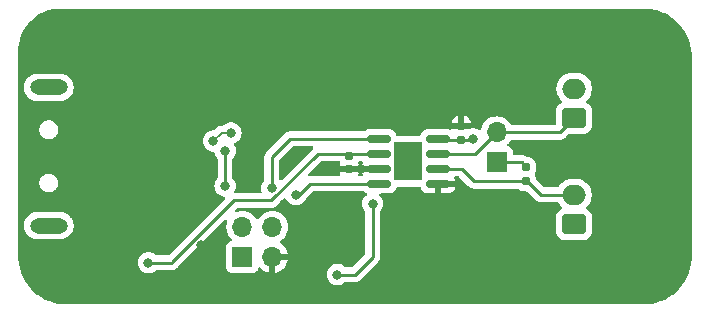
<source format=gbr>
%TF.GenerationSoftware,KiCad,Pcbnew,8.0.3*%
%TF.CreationDate,2024-07-05T22:26:41-07:00*%
%TF.ProjectId,can-opener,63616e2d-6f70-4656-9e65-722e6b696361,rev?*%
%TF.SameCoordinates,Original*%
%TF.FileFunction,Copper,L2,Bot*%
%TF.FilePolarity,Positive*%
%FSLAX46Y46*%
G04 Gerber Fmt 4.6, Leading zero omitted, Abs format (unit mm)*
G04 Created by KiCad (PCBNEW 8.0.3) date 2024-07-05 22:26:41*
%MOMM*%
%LPD*%
G01*
G04 APERTURE LIST*
G04 Aperture macros list*
%AMRoundRect*
0 Rectangle with rounded corners*
0 $1 Rounding radius*
0 $2 $3 $4 $5 $6 $7 $8 $9 X,Y pos of 4 corners*
0 Add a 4 corners polygon primitive as box body*
4,1,4,$2,$3,$4,$5,$6,$7,$8,$9,$2,$3,0*
0 Add four circle primitives for the rounded corners*
1,1,$1+$1,$2,$3*
1,1,$1+$1,$4,$5*
1,1,$1+$1,$6,$7*
1,1,$1+$1,$8,$9*
0 Add four rect primitives between the rounded corners*
20,1,$1+$1,$2,$3,$4,$5,0*
20,1,$1+$1,$4,$5,$6,$7,0*
20,1,$1+$1,$6,$7,$8,$9,0*
20,1,$1+$1,$8,$9,$2,$3,0*%
G04 Aperture macros list end*
%TA.AperFunction,ComponentPad*%
%ADD10O,1.700000X1.700000*%
%TD*%
%TA.AperFunction,ComponentPad*%
%ADD11R,1.700000X1.700000*%
%TD*%
%TA.AperFunction,HeatsinkPad*%
%ADD12R,2.410000X3.300000*%
%TD*%
%TA.AperFunction,SMDPad,CuDef*%
%ADD13RoundRect,0.150000X-0.825000X-0.150000X0.825000X-0.150000X0.825000X0.150000X-0.825000X0.150000X0*%
%TD*%
%TA.AperFunction,SMDPad,CuDef*%
%ADD14RoundRect,0.160000X-0.160000X0.197500X-0.160000X-0.197500X0.160000X-0.197500X0.160000X0.197500X0*%
%TD*%
%TA.AperFunction,ComponentPad*%
%ADD15O,2.000000X1.700000*%
%TD*%
%TA.AperFunction,ComponentPad*%
%ADD16RoundRect,0.250000X0.750000X-0.600000X0.750000X0.600000X-0.750000X0.600000X-0.750000X-0.600000X0*%
%TD*%
%TA.AperFunction,ComponentPad*%
%ADD17O,3.200000X1.300000*%
%TD*%
%TA.AperFunction,SMDPad,CuDef*%
%ADD18RoundRect,0.155000X0.155000X-0.212500X0.155000X0.212500X-0.155000X0.212500X-0.155000X-0.212500X0*%
%TD*%
%TA.AperFunction,SMDPad,CuDef*%
%ADD19RoundRect,0.155000X-0.155000X0.212500X-0.155000X-0.212500X0.155000X-0.212500X0.155000X0.212500X0*%
%TD*%
%TA.AperFunction,ViaPad*%
%ADD20C,0.800000*%
%TD*%
%TA.AperFunction,Conductor*%
%ADD21C,0.250000*%
%TD*%
%TA.AperFunction,Conductor*%
%ADD22C,0.200000*%
%TD*%
G04 APERTURE END LIST*
D10*
%TO.P,J301,2,Pin_2*%
%TO.N,/CAN/CANL*%
X132500000Y-86460000D03*
D11*
%TO.P,J301,1,Pin_1*%
%TO.N,Net-(J301-Pin_1)*%
X132500000Y-89000000D03*
%TD*%
D12*
%TO.P,U301,9*%
%TO.N,N/C*%
X125025000Y-88905000D03*
D13*
%TO.P,U301,8,STBY*%
%TO.N,GND*%
X127500000Y-90810000D03*
%TO.P,U301,7,CANH*%
%TO.N,/CAN/CANH*%
X127500000Y-89540000D03*
%TO.P,U301,6,CANL*%
%TO.N,/CAN/CANL*%
X127500000Y-88270000D03*
%TO.P,U301,5,VIO*%
%TO.N,+3V3*%
X127500000Y-87000000D03*
%TO.P,U301,4,RXD*%
%TO.N,/CAN/RXD*%
X122550000Y-87000000D03*
%TO.P,U301,3,VCC*%
%TO.N,+5V*%
X122550000Y-88270000D03*
%TO.P,U301,2,GND*%
%TO.N,GND*%
X122550000Y-89540000D03*
%TO.P,U301,1,TXD*%
%TO.N,/CAN/TXD*%
X122550000Y-90810000D03*
%TD*%
D14*
%TO.P,R301,1*%
%TO.N,Net-(J301-Pin_1)*%
X135000000Y-89402500D03*
%TO.P,R301,2*%
%TO.N,/CAN/CANH*%
X135000000Y-90597500D03*
%TD*%
D11*
%TO.P,J504,1,Pin_1*%
%TO.N,/Connectors/nRESET*%
X110960000Y-97000000D03*
D10*
%TO.P,J504,2,Pin_2*%
%TO.N,/Connectors/SWDIO*%
X110960000Y-94460000D03*
%TO.P,J504,3,Pin_3*%
%TO.N,GND*%
X113500000Y-97000000D03*
%TO.P,J504,4,Pin_4*%
%TO.N,/Connectors/SWCLK*%
X113500000Y-94460000D03*
%TD*%
D15*
%TO.P,J503,2,Pin_2*%
%TO.N,/CAN/CANH*%
X139050000Y-82750000D03*
D16*
%TO.P,J503,1,Pin_1*%
%TO.N,/CAN/CANL*%
X139050000Y-85250000D03*
%TD*%
D15*
%TO.P,J502,2,Pin_2*%
%TO.N,/CAN/CANH*%
X139050000Y-91750000D03*
D16*
%TO.P,J502,1,Pin_1*%
%TO.N,/CAN/CANL*%
X139050000Y-94250000D03*
%TD*%
D17*
%TO.P,J501,5,Shield*%
%TO.N,unconnected-(J501-Shield-Pad5)*%
X94575000Y-94350000D03*
X94575000Y-82650000D03*
%TD*%
D18*
%TO.P,C302,1*%
%TO.N,+3V3*%
X129500000Y-87067500D03*
%TO.P,C302,2*%
%TO.N,GND*%
X129500000Y-85932500D03*
%TD*%
D19*
%TO.P,C301,1*%
%TO.N,+5V*%
X120000000Y-88432500D03*
%TO.P,C301,2*%
%TO.N,GND*%
X120000000Y-89567500D03*
%TD*%
D20*
%TO.N,GND*%
X104000000Y-89000000D03*
X123500000Y-93500000D03*
X121000000Y-89540000D03*
%TO.N,/Connectors/nRESET*%
X122000000Y-92500000D03*
X119000000Y-98500000D03*
%TO.N,+5V*%
X103000000Y-97500000D03*
%TO.N,GND*%
X108000000Y-91500000D03*
X100000000Y-84500000D03*
%TO.N,/Connectors/USB_DN*%
X110000000Y-86500000D03*
X108500000Y-87200000D03*
%TO.N,GND*%
X113500000Y-86000000D03*
X117000000Y-85500000D03*
X115541296Y-88340141D03*
X114000000Y-80500000D03*
X116000000Y-97000000D03*
%TO.N,/CAN/RXD*%
X113444738Y-91173883D03*
%TO.N,GND*%
X114500000Y-92500000D03*
X116000000Y-95500000D03*
X107500000Y-96000000D03*
%TO.N,/Connectors/SWDIO*%
X109500000Y-91000000D03*
X109500000Y-88000000D03*
%TO.N,/CAN/TXD*%
X115500000Y-91725000D03*
%TO.N,+3V3*%
X130500000Y-87000000D03*
%TO.N,GND*%
X127000000Y-85000000D03*
X102500000Y-86500000D03*
X102500000Y-90500000D03*
X100000000Y-94500000D03*
%TD*%
D21*
%TO.N,Net-(J301-Pin_1)*%
X134597500Y-89000000D02*
X135000000Y-89402500D01*
X132500000Y-89000000D02*
X134597500Y-89000000D01*
%TO.N,GND*%
X122550000Y-89540000D02*
X121000000Y-89540000D01*
X121000000Y-89540000D02*
X120027500Y-89540000D01*
%TO.N,/Connectors/nRESET*%
X122000000Y-97000000D02*
X122000000Y-92500000D01*
X120500000Y-98500000D02*
X122000000Y-97000000D01*
X119000000Y-98500000D02*
X120500000Y-98500000D01*
%TO.N,+5V*%
X110249695Y-92225000D02*
X105000000Y-97474695D01*
X113418926Y-92225000D02*
X110249695Y-92225000D01*
X117373926Y-88270000D02*
X113418926Y-92225000D01*
X105000000Y-97500000D02*
X103000000Y-97500000D01*
X122550000Y-88270000D02*
X117373926Y-88270000D01*
X105000000Y-97474695D02*
X105000000Y-97500000D01*
D22*
%TO.N,/Connectors/USB_DN*%
X109200000Y-86500000D02*
X108500000Y-87200000D01*
X110000000Y-86500000D02*
X109200000Y-86500000D01*
D21*
%TO.N,/CAN/RXD*%
X113444738Y-88555262D02*
X115000000Y-87000000D01*
X113444738Y-91173883D02*
X113444738Y-88555262D01*
%TO.N,/Connectors/SWDIO*%
X109500000Y-88000000D02*
X109500000Y-91000000D01*
%TO.N,/CAN/TXD*%
X115775000Y-91725000D02*
X116690000Y-90810000D01*
X115500000Y-91725000D02*
X115775000Y-91725000D01*
%TO.N,/CAN/RXD*%
X115000000Y-87000000D02*
X122550000Y-87000000D01*
%TO.N,+3V3*%
X130432500Y-87067500D02*
X130500000Y-87000000D01*
X129500000Y-87067500D02*
X130432500Y-87067500D01*
X127567500Y-87067500D02*
X127500000Y-87000000D01*
X129500000Y-87067500D02*
X127567500Y-87067500D01*
%TO.N,GND*%
X120027500Y-89540000D02*
X120000000Y-89567500D01*
%TO.N,+5V*%
X120162500Y-88270000D02*
X120000000Y-88432500D01*
X122550000Y-88270000D02*
X120162500Y-88270000D01*
%TO.N,/CAN/CANH*%
X136250000Y-91750000D02*
X139050000Y-91750000D01*
X135097500Y-90597500D02*
X136250000Y-91750000D01*
X135000000Y-90597500D02*
X135097500Y-90597500D01*
X130597500Y-90597500D02*
X135000000Y-90597500D01*
X129540000Y-89540000D02*
X130597500Y-90597500D01*
X127500000Y-89540000D02*
X129540000Y-89540000D01*
%TO.N,/CAN/CANL*%
X137840000Y-86460000D02*
X139050000Y-85250000D01*
X132500000Y-86460000D02*
X137840000Y-86460000D01*
X130690000Y-88270000D02*
X132500000Y-86460000D01*
X127500000Y-88270000D02*
X130690000Y-88270000D01*
%TO.N,/CAN/TXD*%
X116690000Y-90810000D02*
X122550000Y-90810000D01*
%TD*%
%TA.AperFunction,Conductor*%
%TO.N,GND*%
G36*
X116901511Y-87645185D02*
G01*
X116947266Y-87697989D01*
X116957210Y-87767147D01*
X116928185Y-87830703D01*
X116922153Y-87837181D01*
X114281919Y-90477415D01*
X114220596Y-90510900D01*
X114150904Y-90505916D01*
X114094971Y-90464044D01*
X114070554Y-90398580D01*
X114070238Y-90389734D01*
X114070238Y-88865714D01*
X114089923Y-88798675D01*
X114106557Y-88778033D01*
X115222772Y-87661819D01*
X115284095Y-87628334D01*
X115310453Y-87625500D01*
X116834472Y-87625500D01*
X116901511Y-87645185D01*
G37*
%TD.AperFunction*%
%TA.AperFunction,Conductor*%
G36*
X119205420Y-88915185D02*
G01*
X119251175Y-88967989D01*
X119261119Y-89037147D01*
X119245112Y-89082623D01*
X119239093Y-89092798D01*
X119239091Y-89092804D01*
X119192922Y-89251716D01*
X119192921Y-89251722D01*
X119190000Y-89288842D01*
X119190000Y-89317500D01*
X120810000Y-89317500D01*
X120810000Y-89288857D01*
X120809999Y-89288842D01*
X120807078Y-89251722D01*
X120807077Y-89251716D01*
X120760908Y-89092805D01*
X120760908Y-89092804D01*
X120754887Y-89082623D01*
X120737703Y-89014899D01*
X120759862Y-88948636D01*
X120814327Y-88904872D01*
X120861618Y-88895500D01*
X121044889Y-88895500D01*
X121111928Y-88915185D01*
X121157683Y-88967989D01*
X121167627Y-89037147D01*
X121151621Y-89082621D01*
X121123718Y-89129801D01*
X121077899Y-89287513D01*
X121077704Y-89289998D01*
X121077705Y-89290000D01*
X122676000Y-89290000D01*
X122743039Y-89309685D01*
X122788794Y-89362489D01*
X122800000Y-89414000D01*
X122800000Y-89666000D01*
X122780315Y-89733039D01*
X122727511Y-89778794D01*
X122676000Y-89790000D01*
X121077705Y-89790000D01*
X121077704Y-89790001D01*
X121077899Y-89792486D01*
X121123718Y-89950198D01*
X121151621Y-89997379D01*
X121168804Y-90065103D01*
X121146644Y-90131365D01*
X121092178Y-90175129D01*
X121044889Y-90184500D01*
X120884718Y-90184500D01*
X120817679Y-90164815D01*
X120771924Y-90112011D01*
X120761980Y-90042853D01*
X120765642Y-90025905D01*
X120807077Y-89883283D01*
X120807078Y-89883277D01*
X120809999Y-89846157D01*
X120810000Y-89846142D01*
X120810000Y-89817500D01*
X119190000Y-89817500D01*
X119190000Y-89846157D01*
X119192921Y-89883277D01*
X119192922Y-89883283D01*
X119234358Y-90025905D01*
X119234159Y-90095775D01*
X119196217Y-90154445D01*
X119132578Y-90183288D01*
X119115282Y-90184500D01*
X116643378Y-90184500D01*
X116576339Y-90164815D01*
X116530584Y-90112011D01*
X116520640Y-90042853D01*
X116549665Y-89979297D01*
X116555697Y-89972819D01*
X116680517Y-89848000D01*
X117596698Y-88931819D01*
X117658021Y-88898334D01*
X117684379Y-88895500D01*
X119138381Y-88895500D01*
X119205420Y-88915185D01*
G37*
%TD.AperFunction*%
%TA.AperFunction,Conductor*%
G36*
X145000733Y-76000008D02*
G01*
X145191077Y-76002343D01*
X145201681Y-76002930D01*
X145581224Y-76040312D01*
X145593249Y-76042096D01*
X145966527Y-76116345D01*
X145978329Y-76119301D01*
X146342544Y-76229785D01*
X146354002Y-76233885D01*
X146705627Y-76379532D01*
X146716626Y-76384734D01*
X147052282Y-76564147D01*
X147062713Y-76570399D01*
X147379169Y-76781849D01*
X147388942Y-76789097D01*
X147669177Y-77019079D01*
X147683148Y-77030544D01*
X147692165Y-77038717D01*
X147961282Y-77307834D01*
X147969455Y-77316851D01*
X148210902Y-77611057D01*
X148218150Y-77620830D01*
X148429600Y-77937286D01*
X148435856Y-77947724D01*
X148615264Y-78283372D01*
X148620467Y-78294372D01*
X148766114Y-78645997D01*
X148770214Y-78657455D01*
X148880698Y-79021670D01*
X148883654Y-79033474D01*
X148957902Y-79406744D01*
X148959688Y-79418781D01*
X148997068Y-79798304D01*
X148997656Y-79808937D01*
X148999991Y-79999266D01*
X149000000Y-80000787D01*
X149000000Y-96999212D01*
X148999991Y-97000733D01*
X148997656Y-97191062D01*
X148997068Y-97201695D01*
X148959688Y-97581218D01*
X148957902Y-97593255D01*
X148883654Y-97966525D01*
X148880698Y-97978329D01*
X148770214Y-98342544D01*
X148766114Y-98354002D01*
X148620467Y-98705627D01*
X148615264Y-98716627D01*
X148435856Y-99052275D01*
X148429600Y-99062713D01*
X148218150Y-99379169D01*
X148210902Y-99388942D01*
X147969455Y-99683148D01*
X147961282Y-99692165D01*
X147692165Y-99961282D01*
X147683148Y-99969455D01*
X147388942Y-100210902D01*
X147379169Y-100218150D01*
X147062713Y-100429600D01*
X147052275Y-100435856D01*
X146716627Y-100615264D01*
X146705627Y-100620467D01*
X146354002Y-100766114D01*
X146342544Y-100770214D01*
X145978329Y-100880698D01*
X145966525Y-100883654D01*
X145593255Y-100957902D01*
X145581218Y-100959688D01*
X145201695Y-100997068D01*
X145191062Y-100997656D01*
X145000734Y-100999991D01*
X144999213Y-101000000D01*
X96000787Y-101000000D01*
X95999266Y-100999991D01*
X95808937Y-100997656D01*
X95798304Y-100997068D01*
X95418781Y-100959688D01*
X95406744Y-100957902D01*
X95033474Y-100883654D01*
X95021670Y-100880698D01*
X94657455Y-100770214D01*
X94645997Y-100766114D01*
X94294372Y-100620467D01*
X94283372Y-100615264D01*
X93947724Y-100435856D01*
X93937286Y-100429600D01*
X93620830Y-100218150D01*
X93611057Y-100210902D01*
X93316851Y-99969455D01*
X93307834Y-99961282D01*
X93038717Y-99692165D01*
X93030544Y-99683148D01*
X92789097Y-99388942D01*
X92781849Y-99379169D01*
X92604321Y-99113481D01*
X92570396Y-99062708D01*
X92564143Y-99052275D01*
X92553420Y-99032214D01*
X92384734Y-98716626D01*
X92379532Y-98705627D01*
X92233885Y-98354002D01*
X92229785Y-98342544D01*
X92214998Y-98293797D01*
X92119300Y-97978327D01*
X92116345Y-97966525D01*
X92115127Y-97960402D01*
X92042096Y-97593249D01*
X92040311Y-97581218D01*
X92032312Y-97500000D01*
X102094540Y-97500000D01*
X102114326Y-97688256D01*
X102114327Y-97688259D01*
X102172818Y-97868277D01*
X102172821Y-97868284D01*
X102267467Y-98032216D01*
X102357063Y-98131722D01*
X102394129Y-98172888D01*
X102547265Y-98284148D01*
X102547270Y-98284151D01*
X102720192Y-98361142D01*
X102720197Y-98361144D01*
X102905354Y-98400500D01*
X102905355Y-98400500D01*
X103094644Y-98400500D01*
X103094646Y-98400500D01*
X103279803Y-98361144D01*
X103452730Y-98284151D01*
X103605871Y-98172888D01*
X103608788Y-98169647D01*
X103611600Y-98166526D01*
X103671087Y-98129879D01*
X103703748Y-98125500D01*
X105061607Y-98125500D01*
X105061608Y-98125499D01*
X105182452Y-98101463D01*
X105296286Y-98054311D01*
X105398733Y-97985858D01*
X105485858Y-97898733D01*
X105530036Y-97832613D01*
X105545448Y-97813835D01*
X109477149Y-93882134D01*
X109538469Y-93848652D01*
X109608161Y-93853636D01*
X109664094Y-93895508D01*
X109688511Y-93960972D01*
X109684602Y-94001910D01*
X109624939Y-94224583D01*
X109624936Y-94224596D01*
X109604341Y-94459999D01*
X109604341Y-94460000D01*
X109624936Y-94695403D01*
X109624938Y-94695413D01*
X109686094Y-94923655D01*
X109686096Y-94923659D01*
X109686097Y-94923663D01*
X109722998Y-95002797D01*
X109785965Y-95137830D01*
X109785967Y-95137834D01*
X109848790Y-95227554D01*
X109921501Y-95331396D01*
X109921506Y-95331402D01*
X110043430Y-95453326D01*
X110076915Y-95514649D01*
X110071931Y-95584341D01*
X110030059Y-95640274D01*
X109999083Y-95657189D01*
X109867669Y-95706203D01*
X109867664Y-95706206D01*
X109752455Y-95792452D01*
X109752452Y-95792455D01*
X109666206Y-95907664D01*
X109666202Y-95907671D01*
X109615908Y-96042517D01*
X109609501Y-96102116D01*
X109609500Y-96102135D01*
X109609500Y-97897870D01*
X109609501Y-97897876D01*
X109615908Y-97957483D01*
X109666202Y-98092328D01*
X109666206Y-98092335D01*
X109752452Y-98207544D01*
X109752455Y-98207547D01*
X109867664Y-98293793D01*
X109867671Y-98293797D01*
X110002517Y-98344091D01*
X110002516Y-98344091D01*
X110009444Y-98344835D01*
X110062127Y-98350500D01*
X111857872Y-98350499D01*
X111917483Y-98344091D01*
X112052331Y-98293796D01*
X112167546Y-98207546D01*
X112253796Y-98092331D01*
X112303002Y-97960401D01*
X112344872Y-97904468D01*
X112410337Y-97880050D01*
X112478610Y-97894901D01*
X112506865Y-97916053D01*
X112628917Y-98038105D01*
X112822421Y-98173600D01*
X113036507Y-98273429D01*
X113036516Y-98273433D01*
X113250000Y-98330634D01*
X113250000Y-97433012D01*
X113307007Y-97465925D01*
X113434174Y-97500000D01*
X113565826Y-97500000D01*
X113692993Y-97465925D01*
X113750000Y-97433012D01*
X113750000Y-98330633D01*
X113963483Y-98273433D01*
X113963492Y-98273429D01*
X114177578Y-98173600D01*
X114371082Y-98038105D01*
X114538105Y-97871082D01*
X114673600Y-97677578D01*
X114773429Y-97463492D01*
X114773432Y-97463486D01*
X114830636Y-97250000D01*
X113933012Y-97250000D01*
X113965925Y-97192993D01*
X114000000Y-97065826D01*
X114000000Y-96934174D01*
X113965925Y-96807007D01*
X113933012Y-96750000D01*
X114830636Y-96750000D01*
X114830635Y-96749999D01*
X114773432Y-96536513D01*
X114773429Y-96536507D01*
X114673600Y-96322422D01*
X114673599Y-96322420D01*
X114538113Y-96128926D01*
X114538108Y-96128920D01*
X114371078Y-95961890D01*
X114185405Y-95831879D01*
X114141780Y-95777302D01*
X114134588Y-95707804D01*
X114166110Y-95645449D01*
X114185406Y-95628730D01*
X114371401Y-95498495D01*
X114538495Y-95331401D01*
X114674035Y-95137830D01*
X114773903Y-94923663D01*
X114835063Y-94695408D01*
X114855659Y-94460000D01*
X114835063Y-94224592D01*
X114773903Y-93996337D01*
X114674035Y-93782171D01*
X114668425Y-93774158D01*
X114538494Y-93588597D01*
X114371402Y-93421506D01*
X114371395Y-93421501D01*
X114177834Y-93285967D01*
X114177830Y-93285965D01*
X114053157Y-93227829D01*
X113963663Y-93186097D01*
X113963659Y-93186096D01*
X113963655Y-93186094D01*
X113735413Y-93124938D01*
X113735403Y-93124936D01*
X113500001Y-93104341D01*
X113499999Y-93104341D01*
X113264596Y-93124936D01*
X113264586Y-93124938D01*
X113036344Y-93186094D01*
X113036335Y-93186098D01*
X112822171Y-93285964D01*
X112822169Y-93285965D01*
X112628597Y-93421505D01*
X112461505Y-93588597D01*
X112331575Y-93774158D01*
X112276998Y-93817783D01*
X112207500Y-93824977D01*
X112145145Y-93793454D01*
X112128425Y-93774158D01*
X111998494Y-93588597D01*
X111831402Y-93421506D01*
X111831395Y-93421501D01*
X111637834Y-93285967D01*
X111637830Y-93285965D01*
X111513157Y-93227829D01*
X111423663Y-93186097D01*
X111423659Y-93186096D01*
X111423655Y-93186094D01*
X111195413Y-93124938D01*
X111195403Y-93124936D01*
X110960001Y-93104341D01*
X110959999Y-93104341D01*
X110724596Y-93124936D01*
X110724586Y-93124938D01*
X110501912Y-93184602D01*
X110432062Y-93182939D01*
X110374199Y-93143776D01*
X110346696Y-93079547D01*
X110358283Y-93010645D01*
X110382133Y-92977151D01*
X110472468Y-92886816D01*
X110533790Y-92853334D01*
X110560147Y-92850500D01*
X113480533Y-92850500D01*
X113540955Y-92838481D01*
X113601378Y-92826463D01*
X113601381Y-92826461D01*
X113601384Y-92826461D01*
X113634713Y-92812654D01*
X113634712Y-92812654D01*
X113634718Y-92812652D01*
X113715212Y-92779312D01*
X113766435Y-92745084D01*
X113817659Y-92710858D01*
X113904784Y-92623733D01*
X113904784Y-92623731D01*
X113914992Y-92613524D01*
X113914993Y-92613521D01*
X114472051Y-92056464D01*
X114533373Y-92022980D01*
X114603065Y-92027964D01*
X114658998Y-92069836D01*
X114669487Y-92087704D01*
X114669572Y-92087656D01*
X114672820Y-92093282D01*
X114672821Y-92093284D01*
X114767467Y-92257216D01*
X114834016Y-92331126D01*
X114894129Y-92397888D01*
X115047265Y-92509148D01*
X115047270Y-92509151D01*
X115220192Y-92586142D01*
X115220197Y-92586144D01*
X115405354Y-92625500D01*
X115405355Y-92625500D01*
X115594644Y-92625500D01*
X115594646Y-92625500D01*
X115779803Y-92586144D01*
X115952730Y-92509151D01*
X116105871Y-92397888D01*
X116232533Y-92257216D01*
X116327179Y-92093284D01*
X116335245Y-92068456D01*
X116365493Y-92019095D01*
X116912772Y-91471819D01*
X116974095Y-91438334D01*
X117000453Y-91435500D01*
X121229191Y-91435500D01*
X121296230Y-91455185D01*
X121316872Y-91471819D01*
X121323129Y-91478076D01*
X121323135Y-91478081D01*
X121464602Y-91561744D01*
X121464606Y-91561745D01*
X121464618Y-91561752D01*
X121512302Y-91612821D01*
X121524806Y-91681563D01*
X121498161Y-91746152D01*
X121474384Y-91768803D01*
X121394127Y-91827113D01*
X121267466Y-91967785D01*
X121172821Y-92131715D01*
X121172818Y-92131722D01*
X121116740Y-92304313D01*
X121114326Y-92311744D01*
X121094540Y-92500000D01*
X121114326Y-92688256D01*
X121114327Y-92688259D01*
X121172818Y-92868277D01*
X121172821Y-92868284D01*
X121267467Y-93032216D01*
X121290043Y-93057289D01*
X121342650Y-93115715D01*
X121372880Y-93178706D01*
X121374500Y-93198687D01*
X121374500Y-96689547D01*
X121354815Y-96756586D01*
X121338181Y-96777228D01*
X120277229Y-97838181D01*
X120215906Y-97871666D01*
X120189548Y-97874500D01*
X119703748Y-97874500D01*
X119636709Y-97854815D01*
X119611600Y-97833474D01*
X119605873Y-97827114D01*
X119605869Y-97827110D01*
X119452734Y-97715851D01*
X119452729Y-97715848D01*
X119279807Y-97638857D01*
X119279802Y-97638855D01*
X119134001Y-97607865D01*
X119094646Y-97599500D01*
X118905354Y-97599500D01*
X118872897Y-97606398D01*
X118720197Y-97638855D01*
X118720192Y-97638857D01*
X118547270Y-97715848D01*
X118547265Y-97715851D01*
X118394129Y-97827111D01*
X118267466Y-97967785D01*
X118172821Y-98131715D01*
X118172818Y-98131722D01*
X118120157Y-98293797D01*
X118114326Y-98311744D01*
X118094540Y-98500000D01*
X118114326Y-98688256D01*
X118114327Y-98688259D01*
X118172818Y-98868277D01*
X118172821Y-98868284D01*
X118267467Y-99032216D01*
X118388401Y-99166526D01*
X118394129Y-99172888D01*
X118547265Y-99284148D01*
X118547270Y-99284151D01*
X118720192Y-99361142D01*
X118720197Y-99361144D01*
X118905354Y-99400500D01*
X118905355Y-99400500D01*
X119094644Y-99400500D01*
X119094646Y-99400500D01*
X119279803Y-99361144D01*
X119452730Y-99284151D01*
X119605871Y-99172888D01*
X119608788Y-99169647D01*
X119611600Y-99166526D01*
X119671087Y-99129879D01*
X119703748Y-99125500D01*
X120561607Y-99125500D01*
X120622029Y-99113481D01*
X120682452Y-99101463D01*
X120732496Y-99080734D01*
X120796286Y-99054312D01*
X120847509Y-99020084D01*
X120898733Y-98985858D01*
X120985858Y-98898733D01*
X120985858Y-98898731D01*
X120996066Y-98888524D01*
X120996067Y-98888521D01*
X122485857Y-97398734D01*
X122554311Y-97296286D01*
X122601463Y-97182451D01*
X122625500Y-97061607D01*
X122625500Y-96938394D01*
X122625500Y-93198687D01*
X122645185Y-93131648D01*
X122657350Y-93115715D01*
X122675891Y-93095122D01*
X122732533Y-93032216D01*
X122827179Y-92868284D01*
X122885674Y-92688256D01*
X122905460Y-92500000D01*
X122885674Y-92311744D01*
X122827179Y-92131716D01*
X122732533Y-91967784D01*
X122605871Y-91827112D01*
X122605863Y-91827106D01*
X122605357Y-91826650D01*
X122605144Y-91826305D01*
X122601522Y-91822282D01*
X122602257Y-91821619D01*
X122568709Y-91767163D01*
X122570040Y-91697306D01*
X122608927Y-91639258D01*
X122673023Y-91611448D01*
X122688330Y-91610500D01*
X123440686Y-91610500D01*
X123440694Y-91610500D01*
X123477569Y-91607598D01*
X123477571Y-91607597D01*
X123477573Y-91607597D01*
X123519191Y-91595505D01*
X123635398Y-91561744D01*
X123776865Y-91478081D01*
X123893081Y-91361865D01*
X123976744Y-91220398D01*
X123976744Y-91220396D01*
X123976746Y-91220394D01*
X123976746Y-91220393D01*
X123998678Y-91144904D01*
X124036284Y-91086018D01*
X124099757Y-91056812D01*
X124117754Y-91055499D01*
X125932767Y-91055499D01*
X125999806Y-91075184D01*
X126045561Y-91127988D01*
X126051844Y-91144905D01*
X126073718Y-91220197D01*
X126157314Y-91361552D01*
X126157321Y-91361561D01*
X126273438Y-91477678D01*
X126273447Y-91477685D01*
X126414803Y-91561282D01*
X126414806Y-91561283D01*
X126572504Y-91607099D01*
X126572510Y-91607100D01*
X126609350Y-91609999D01*
X126609366Y-91610000D01*
X127250000Y-91610000D01*
X127750000Y-91610000D01*
X128390634Y-91610000D01*
X128390649Y-91609999D01*
X128427489Y-91607100D01*
X128427495Y-91607099D01*
X128585193Y-91561283D01*
X128585196Y-91561282D01*
X128726552Y-91477685D01*
X128726561Y-91477678D01*
X128842678Y-91361561D01*
X128842685Y-91361552D01*
X128926281Y-91220198D01*
X128972100Y-91062486D01*
X128972295Y-91060001D01*
X128972295Y-91060000D01*
X127750000Y-91060000D01*
X127750000Y-91610000D01*
X127250000Y-91610000D01*
X127250000Y-90684000D01*
X127269685Y-90616961D01*
X127322489Y-90571206D01*
X127374000Y-90560000D01*
X128972295Y-90560000D01*
X128972295Y-90559998D01*
X128972100Y-90557513D01*
X128926281Y-90399801D01*
X128898379Y-90352621D01*
X128881196Y-90284897D01*
X128903356Y-90218635D01*
X128957822Y-90174871D01*
X129005111Y-90165500D01*
X129229548Y-90165500D01*
X129296587Y-90185185D01*
X129317229Y-90201819D01*
X130108516Y-90993106D01*
X130108545Y-90993137D01*
X130198764Y-91083356D01*
X130198767Y-91083358D01*
X130267341Y-91129177D01*
X130267342Y-91129179D01*
X130280909Y-91138244D01*
X130301215Y-91151812D01*
X130346789Y-91170689D01*
X130415048Y-91198963D01*
X130440850Y-91204095D01*
X130464125Y-91208725D01*
X130464145Y-91208728D01*
X130464167Y-91208733D01*
X130535891Y-91222999D01*
X130535892Y-91223000D01*
X130535893Y-91223000D01*
X130535894Y-91223000D01*
X134282550Y-91223000D01*
X134349589Y-91242685D01*
X134370231Y-91259319D01*
X134429665Y-91318753D01*
X134429670Y-91318757D01*
X134566929Y-91401732D01*
X134566933Y-91401734D01*
X134621100Y-91418612D01*
X134720067Y-91449452D01*
X134786619Y-91455500D01*
X135019546Y-91455499D01*
X135086586Y-91475183D01*
X135107228Y-91491818D01*
X135761016Y-92145606D01*
X135761045Y-92145637D01*
X135851264Y-92235856D01*
X135851267Y-92235858D01*
X135902490Y-92270084D01*
X135953714Y-92304312D01*
X136018455Y-92331128D01*
X136067548Y-92351463D01*
X136127971Y-92363481D01*
X136188393Y-92375500D01*
X136188394Y-92375500D01*
X137627019Y-92375500D01*
X137694058Y-92395185D01*
X137737503Y-92443203D01*
X137744950Y-92457819D01*
X137869890Y-92629786D01*
X138008705Y-92768601D01*
X138042190Y-92829924D01*
X138037206Y-92899616D01*
X137995334Y-92955549D01*
X137986121Y-92961821D01*
X137831342Y-93057289D01*
X137707289Y-93181342D01*
X137615187Y-93330663D01*
X137615186Y-93330666D01*
X137560001Y-93497203D01*
X137560001Y-93497204D01*
X137560000Y-93497204D01*
X137549500Y-93599983D01*
X137549500Y-94900001D01*
X137549501Y-94900018D01*
X137560000Y-95002796D01*
X137560001Y-95002799D01*
X137615185Y-95169331D01*
X137615186Y-95169334D01*
X137707288Y-95318656D01*
X137831344Y-95442712D01*
X137980666Y-95534814D01*
X138147203Y-95589999D01*
X138249991Y-95600500D01*
X139850008Y-95600499D01*
X139952797Y-95589999D01*
X140119334Y-95534814D01*
X140268656Y-95442712D01*
X140392712Y-95318656D01*
X140484814Y-95169334D01*
X140539999Y-95002797D01*
X140550500Y-94900009D01*
X140550499Y-93599992D01*
X140539999Y-93497203D01*
X140484814Y-93330666D01*
X140392712Y-93181344D01*
X140268656Y-93057288D01*
X140119334Y-92965186D01*
X140119333Y-92965185D01*
X140113878Y-92961821D01*
X140067154Y-92909873D01*
X140055931Y-92840910D01*
X140083775Y-92776828D01*
X140091272Y-92768623D01*
X140230104Y-92629792D01*
X140355051Y-92457816D01*
X140451557Y-92268412D01*
X140517246Y-92066243D01*
X140550500Y-91856287D01*
X140550500Y-91643713D01*
X140517246Y-91433757D01*
X140451557Y-91231588D01*
X140355051Y-91042184D01*
X140355049Y-91042181D01*
X140355048Y-91042179D01*
X140230109Y-90870213D01*
X140079786Y-90719890D01*
X139907820Y-90594951D01*
X139718414Y-90498444D01*
X139718413Y-90498443D01*
X139718412Y-90498443D01*
X139516243Y-90432754D01*
X139516241Y-90432753D01*
X139516240Y-90432753D01*
X139354957Y-90407208D01*
X139306287Y-90399500D01*
X138793713Y-90399500D01*
X138745042Y-90407208D01*
X138583760Y-90432753D01*
X138381585Y-90498444D01*
X138192179Y-90594951D01*
X138020213Y-90719890D01*
X137869890Y-90870213D01*
X137744950Y-91042180D01*
X137737503Y-91056797D01*
X137689527Y-91107592D01*
X137627019Y-91124500D01*
X136560452Y-91124500D01*
X136493413Y-91104815D01*
X136472771Y-91088181D01*
X135856818Y-90472228D01*
X135823333Y-90410905D01*
X135820499Y-90384547D01*
X135820499Y-90346611D01*
X135814453Y-90280073D01*
X135814452Y-90280070D01*
X135814452Y-90280067D01*
X135775307Y-90154445D01*
X135766734Y-90126933D01*
X135728780Y-90064150D01*
X135710944Y-89996595D01*
X135728780Y-89935850D01*
X135751738Y-89897873D01*
X135766733Y-89873069D01*
X135814452Y-89719933D01*
X135820500Y-89653381D01*
X135820499Y-89151620D01*
X135820499Y-89151611D01*
X135814453Y-89085073D01*
X135814452Y-89085070D01*
X135814452Y-89085067D01*
X135773095Y-88952347D01*
X135766734Y-88931933D01*
X135766732Y-88931929D01*
X135683757Y-88794670D01*
X135683753Y-88794665D01*
X135570334Y-88681246D01*
X135570329Y-88681242D01*
X135433070Y-88598267D01*
X135433066Y-88598265D01*
X135279933Y-88550548D01*
X135279935Y-88550548D01*
X135253312Y-88548128D01*
X135213381Y-88544500D01*
X135213378Y-88544500D01*
X135077593Y-88544500D01*
X135010554Y-88524815D01*
X134998931Y-88516355D01*
X134996238Y-88514145D01*
X134945009Y-88479915D01*
X134893787Y-88445689D01*
X134893786Y-88445688D01*
X134893783Y-88445686D01*
X134893780Y-88445685D01*
X134813292Y-88412347D01*
X134779953Y-88398537D01*
X134769927Y-88396543D01*
X134719529Y-88386518D01*
X134659110Y-88374500D01*
X134659107Y-88374500D01*
X134659106Y-88374500D01*
X133974499Y-88374500D01*
X133907460Y-88354815D01*
X133861705Y-88302011D01*
X133850499Y-88250500D01*
X133850499Y-88102129D01*
X133850498Y-88102123D01*
X133844091Y-88042516D01*
X133793797Y-87907671D01*
X133793793Y-87907664D01*
X133707547Y-87792455D01*
X133707544Y-87792452D01*
X133592335Y-87706206D01*
X133592328Y-87706202D01*
X133460917Y-87657189D01*
X133404983Y-87615318D01*
X133380566Y-87549853D01*
X133395418Y-87481580D01*
X133416563Y-87453332D01*
X133538495Y-87331401D01*
X133673652Y-87138377D01*
X133728229Y-87094752D01*
X133775227Y-87085500D01*
X137901607Y-87085500D01*
X137962029Y-87073481D01*
X138022452Y-87061463D01*
X138022455Y-87061461D01*
X138022458Y-87061461D01*
X138055787Y-87047654D01*
X138055786Y-87047654D01*
X138055792Y-87047652D01*
X138136286Y-87014312D01*
X138205701Y-86967929D01*
X138238733Y-86945858D01*
X138325858Y-86858733D01*
X138325858Y-86858731D01*
X138336066Y-86848524D01*
X138336068Y-86848521D01*
X138547771Y-86636818D01*
X138609094Y-86603333D01*
X138635452Y-86600499D01*
X139850002Y-86600499D01*
X139850008Y-86600499D01*
X139952797Y-86589999D01*
X140119334Y-86534814D01*
X140268656Y-86442712D01*
X140392712Y-86318656D01*
X140484814Y-86169334D01*
X140539999Y-86002797D01*
X140550500Y-85900009D01*
X140550499Y-84599992D01*
X140539999Y-84497203D01*
X140484814Y-84330666D01*
X140392712Y-84181344D01*
X140268656Y-84057288D01*
X140119334Y-83965186D01*
X140119333Y-83965185D01*
X140113878Y-83961821D01*
X140067154Y-83909873D01*
X140055931Y-83840910D01*
X140083775Y-83776828D01*
X140091272Y-83768623D01*
X140230104Y-83629792D01*
X140355051Y-83457816D01*
X140451557Y-83268412D01*
X140517246Y-83066243D01*
X140550500Y-82856287D01*
X140550500Y-82643713D01*
X140517246Y-82433757D01*
X140451557Y-82231588D01*
X140355051Y-82042184D01*
X140355049Y-82042181D01*
X140355048Y-82042179D01*
X140230109Y-81870213D01*
X140079786Y-81719890D01*
X139907820Y-81594951D01*
X139718414Y-81498444D01*
X139718413Y-81498443D01*
X139718412Y-81498443D01*
X139516243Y-81432754D01*
X139516241Y-81432753D01*
X139516240Y-81432753D01*
X139354957Y-81407208D01*
X139306287Y-81399500D01*
X138793713Y-81399500D01*
X138745042Y-81407208D01*
X138583760Y-81432753D01*
X138381585Y-81498444D01*
X138192179Y-81594951D01*
X138020213Y-81719890D01*
X137869890Y-81870213D01*
X137744951Y-82042179D01*
X137648444Y-82231585D01*
X137582753Y-82433760D01*
X137562846Y-82559448D01*
X137549500Y-82643713D01*
X137549500Y-82856287D01*
X137582754Y-83066243D01*
X137643434Y-83252997D01*
X137648444Y-83268414D01*
X137744951Y-83457820D01*
X137869890Y-83629786D01*
X138008705Y-83768601D01*
X138042190Y-83829924D01*
X138037206Y-83899616D01*
X137995334Y-83955549D01*
X137986121Y-83961821D01*
X137831342Y-84057289D01*
X137707289Y-84181342D01*
X137615187Y-84330663D01*
X137615186Y-84330666D01*
X137560001Y-84497203D01*
X137560001Y-84497204D01*
X137560000Y-84497204D01*
X137549500Y-84599983D01*
X137549500Y-84599991D01*
X137549500Y-85198339D01*
X137549501Y-85710500D01*
X137529816Y-85777539D01*
X137477013Y-85823294D01*
X137425501Y-85834500D01*
X133775227Y-85834500D01*
X133708188Y-85814815D01*
X133673652Y-85781623D01*
X133538494Y-85588597D01*
X133371402Y-85421506D01*
X133371395Y-85421501D01*
X133177834Y-85285967D01*
X133177830Y-85285965D01*
X133177828Y-85285964D01*
X132963663Y-85186097D01*
X132963659Y-85186096D01*
X132963655Y-85186094D01*
X132735413Y-85124938D01*
X132735403Y-85124936D01*
X132500001Y-85104341D01*
X132499999Y-85104341D01*
X132264596Y-85124936D01*
X132264586Y-85124938D01*
X132036344Y-85186094D01*
X132036335Y-85186098D01*
X131822171Y-85285964D01*
X131822169Y-85285965D01*
X131628597Y-85421505D01*
X131461505Y-85588597D01*
X131325965Y-85782169D01*
X131325964Y-85782171D01*
X131226098Y-85996335D01*
X131226094Y-85996344D01*
X131179014Y-86172053D01*
X131142649Y-86231714D01*
X131079802Y-86262243D01*
X131010427Y-86253948D01*
X130986356Y-86240280D01*
X130952730Y-86215849D01*
X130952729Y-86215848D01*
X130779807Y-86138857D01*
X130779802Y-86138855D01*
X130634001Y-86107865D01*
X130594646Y-86099500D01*
X130405354Y-86099500D01*
X130372897Y-86106398D01*
X130220197Y-86138855D01*
X130220193Y-86138857D01*
X130146251Y-86171779D01*
X130095815Y-86182500D01*
X128689999Y-86182500D01*
X128667352Y-86205147D01*
X128606029Y-86238631D01*
X128545077Y-86236541D01*
X128427573Y-86202402D01*
X128427567Y-86202401D01*
X128390701Y-86199500D01*
X128390694Y-86199500D01*
X126609306Y-86199500D01*
X126609298Y-86199500D01*
X126572432Y-86202401D01*
X126572426Y-86202402D01*
X126414606Y-86248254D01*
X126414603Y-86248255D01*
X126273137Y-86331917D01*
X126273129Y-86331923D01*
X126156923Y-86448129D01*
X126156917Y-86448137D01*
X126105657Y-86534814D01*
X126073256Y-86589602D01*
X126051322Y-86665095D01*
X126013717Y-86723980D01*
X125950245Y-86753187D01*
X125932247Y-86754500D01*
X124117753Y-86754500D01*
X124050714Y-86734815D01*
X124004959Y-86682011D01*
X123998679Y-86665102D01*
X123976744Y-86589602D01*
X123893081Y-86448135D01*
X123893079Y-86448133D01*
X123893076Y-86448129D01*
X123776870Y-86331923D01*
X123776862Y-86331917D01*
X123659049Y-86262243D01*
X123635398Y-86248256D01*
X123635397Y-86248255D01*
X123635396Y-86248255D01*
X123635393Y-86248254D01*
X123477573Y-86202402D01*
X123477567Y-86202401D01*
X123440701Y-86199500D01*
X123440694Y-86199500D01*
X121659306Y-86199500D01*
X121659298Y-86199500D01*
X121622432Y-86202401D01*
X121622426Y-86202402D01*
X121464606Y-86248254D01*
X121464603Y-86248255D01*
X121323137Y-86331917D01*
X121323129Y-86331923D01*
X121316872Y-86338181D01*
X121255549Y-86371666D01*
X121229191Y-86374500D01*
X115067741Y-86374500D01*
X115067721Y-86374499D01*
X115061607Y-86374499D01*
X114938394Y-86374499D01*
X114837597Y-86394548D01*
X114837592Y-86394548D01*
X114817553Y-86398535D01*
X114817545Y-86398537D01*
X114775752Y-86415848D01*
X114775753Y-86415849D01*
X114703711Y-86445689D01*
X114601267Y-86514141D01*
X114601263Y-86514144D01*
X113046007Y-88069402D01*
X112958881Y-88156527D01*
X112958876Y-88156533D01*
X112950630Y-88168873D01*
X112950631Y-88168874D01*
X112890427Y-88258974D01*
X112890423Y-88258981D01*
X112861865Y-88327929D01*
X112861865Y-88327930D01*
X112843276Y-88372807D01*
X112843273Y-88372817D01*
X112819238Y-88493651D01*
X112819238Y-90475195D01*
X112799553Y-90542234D01*
X112787388Y-90558167D01*
X112712204Y-90641667D01*
X112617559Y-90805598D01*
X112617556Y-90805605D01*
X112559065Y-90985623D01*
X112559064Y-90985627D01*
X112539278Y-91173883D01*
X112559064Y-91362139D01*
X112564076Y-91377564D01*
X112583447Y-91437182D01*
X112585442Y-91507023D01*
X112549362Y-91566856D01*
X112486661Y-91597684D01*
X112465516Y-91599500D01*
X110408460Y-91599500D01*
X110341421Y-91579815D01*
X110295666Y-91527011D01*
X110285722Y-91457853D01*
X110301072Y-91413502D01*
X110327179Y-91368284D01*
X110327181Y-91368276D01*
X110327184Y-91368271D01*
X110362584Y-91259319D01*
X110385674Y-91188256D01*
X110405460Y-91000000D01*
X110385674Y-90811744D01*
X110327179Y-90631716D01*
X110232533Y-90467784D01*
X110157350Y-90384284D01*
X110127120Y-90321292D01*
X110125500Y-90301312D01*
X110125500Y-88698687D01*
X110145185Y-88631648D01*
X110157350Y-88615715D01*
X110175891Y-88595122D01*
X110232533Y-88532216D01*
X110327179Y-88368284D01*
X110385674Y-88188256D01*
X110405460Y-88000000D01*
X110385674Y-87811744D01*
X110328246Y-87635000D01*
X110327181Y-87631722D01*
X110327180Y-87631721D01*
X110327179Y-87631716D01*
X110262077Y-87518957D01*
X110245605Y-87451058D01*
X110268458Y-87385031D01*
X110319028Y-87343679D01*
X110452730Y-87284151D01*
X110605871Y-87172888D01*
X110732533Y-87032216D01*
X110827179Y-86868284D01*
X110885674Y-86688256D01*
X110905460Y-86500000D01*
X110885674Y-86311744D01*
X110827179Y-86131716D01*
X110732533Y-85967784D01*
X110605871Y-85827112D01*
X110544015Y-85782171D01*
X110452734Y-85715851D01*
X110452729Y-85715848D01*
X110313463Y-85653842D01*
X128690000Y-85653842D01*
X128690000Y-85682500D01*
X129250000Y-85682500D01*
X129750000Y-85682500D01*
X130310000Y-85682500D01*
X130310000Y-85653857D01*
X130309999Y-85653842D01*
X130307078Y-85616722D01*
X130307077Y-85616716D01*
X130260908Y-85457805D01*
X130260907Y-85457802D01*
X130176666Y-85315357D01*
X130176660Y-85315349D01*
X130059650Y-85198339D01*
X130059642Y-85198333D01*
X129917197Y-85114092D01*
X129917194Y-85114090D01*
X129758280Y-85067921D01*
X129758281Y-85067921D01*
X129750000Y-85067269D01*
X129750000Y-85682500D01*
X129250000Y-85682500D01*
X129250000Y-85067269D01*
X129241718Y-85067921D01*
X129082805Y-85114090D01*
X129082802Y-85114092D01*
X128940357Y-85198333D01*
X128940349Y-85198339D01*
X128823339Y-85315349D01*
X128823333Y-85315357D01*
X128739092Y-85457802D01*
X128739091Y-85457805D01*
X128692922Y-85616716D01*
X128692921Y-85616722D01*
X128690000Y-85653842D01*
X110313463Y-85653842D01*
X110279807Y-85638857D01*
X110279802Y-85638855D01*
X110134001Y-85607865D01*
X110094646Y-85599500D01*
X109905354Y-85599500D01*
X109872897Y-85606398D01*
X109720197Y-85638855D01*
X109720192Y-85638857D01*
X109547270Y-85715848D01*
X109547265Y-85715851D01*
X109394135Y-85827106D01*
X109394128Y-85827112D01*
X109365891Y-85858473D01*
X109306405Y-85895121D01*
X109273742Y-85899500D01*
X109120941Y-85899500D01*
X109097848Y-85905687D01*
X109097849Y-85905688D01*
X108968214Y-85940423D01*
X108968209Y-85940426D01*
X108831290Y-86019475D01*
X108831282Y-86019481D01*
X108587583Y-86263181D01*
X108526260Y-86296666D01*
X108499902Y-86299500D01*
X108405354Y-86299500D01*
X108372897Y-86306398D01*
X108220197Y-86338855D01*
X108220192Y-86338857D01*
X108047270Y-86415848D01*
X108047265Y-86415851D01*
X107894129Y-86527111D01*
X107767466Y-86667785D01*
X107672821Y-86831715D01*
X107672818Y-86831722D01*
X107628562Y-86967929D01*
X107614326Y-87011744D01*
X107594540Y-87200000D01*
X107614326Y-87388256D01*
X107614327Y-87388259D01*
X107672818Y-87568277D01*
X107672821Y-87568284D01*
X107767467Y-87732216D01*
X107861978Y-87837181D01*
X107894129Y-87872888D01*
X108047265Y-87984148D01*
X108047270Y-87984151D01*
X108220192Y-88061142D01*
X108220197Y-88061144D01*
X108405354Y-88100500D01*
X108405355Y-88100500D01*
X108495721Y-88100500D01*
X108562760Y-88120185D01*
X108608515Y-88172989D01*
X108613652Y-88186182D01*
X108672818Y-88368277D01*
X108672821Y-88368284D01*
X108767467Y-88532216D01*
X108810772Y-88580310D01*
X108842650Y-88615715D01*
X108872880Y-88678706D01*
X108874500Y-88698687D01*
X108874500Y-90301312D01*
X108854815Y-90368351D01*
X108842650Y-90384284D01*
X108767466Y-90467784D01*
X108672821Y-90631715D01*
X108672818Y-90631722D01*
X108614327Y-90811740D01*
X108614326Y-90811744D01*
X108594540Y-91000000D01*
X108614326Y-91188256D01*
X108614327Y-91188259D01*
X108672816Y-91368271D01*
X108672821Y-91368284D01*
X108767467Y-91532216D01*
X108867860Y-91643713D01*
X108894129Y-91672888D01*
X109047265Y-91784148D01*
X109047270Y-91784151D01*
X109220192Y-91861142D01*
X109220197Y-91861144D01*
X109405354Y-91900500D01*
X109405355Y-91900500D01*
X109411711Y-91901851D01*
X109411383Y-91903389D01*
X109468632Y-91926939D01*
X109508620Y-91984234D01*
X109511284Y-92054053D01*
X109478742Y-92111361D01*
X104751924Y-96838181D01*
X104690601Y-96871666D01*
X104664243Y-96874500D01*
X103703748Y-96874500D01*
X103636709Y-96854815D01*
X103611600Y-96833474D01*
X103605873Y-96827114D01*
X103605869Y-96827110D01*
X103452734Y-96715851D01*
X103452729Y-96715848D01*
X103279807Y-96638857D01*
X103279802Y-96638855D01*
X103134001Y-96607865D01*
X103094646Y-96599500D01*
X102905354Y-96599500D01*
X102872897Y-96606398D01*
X102720197Y-96638855D01*
X102720192Y-96638857D01*
X102547270Y-96715848D01*
X102547265Y-96715851D01*
X102394129Y-96827111D01*
X102267466Y-96967785D01*
X102172821Y-97131715D01*
X102172818Y-97131722D01*
X102115865Y-97307007D01*
X102114326Y-97311744D01*
X102094540Y-97500000D01*
X92032312Y-97500000D01*
X92028716Y-97463492D01*
X92002930Y-97201681D01*
X92002343Y-97191075D01*
X92000009Y-97000732D01*
X92000000Y-96999212D01*
X92000000Y-94259448D01*
X92474500Y-94259448D01*
X92474500Y-94440551D01*
X92502829Y-94619410D01*
X92558787Y-94791636D01*
X92558788Y-94791639D01*
X92614003Y-94900001D01*
X92630323Y-94932032D01*
X92641006Y-94952997D01*
X92747441Y-95099494D01*
X92747445Y-95099499D01*
X92875500Y-95227554D01*
X92875505Y-95227558D01*
X93000892Y-95318656D01*
X93022006Y-95333996D01*
X93127484Y-95387740D01*
X93183360Y-95416211D01*
X93183363Y-95416212D01*
X93264918Y-95442710D01*
X93355591Y-95472171D01*
X93438429Y-95485291D01*
X93534449Y-95500500D01*
X93534454Y-95500500D01*
X95615551Y-95500500D01*
X95702259Y-95486765D01*
X95794409Y-95472171D01*
X95966639Y-95416211D01*
X96127994Y-95333996D01*
X96274501Y-95227553D01*
X96402553Y-95099501D01*
X96508996Y-94952994D01*
X96591211Y-94791639D01*
X96647171Y-94619409D01*
X96672419Y-94460000D01*
X96675500Y-94440551D01*
X96675500Y-94259448D01*
X96659019Y-94155397D01*
X96647171Y-94080591D01*
X96591211Y-93908361D01*
X96591211Y-93908360D01*
X96545059Y-93817783D01*
X96508996Y-93747006D01*
X96495396Y-93728287D01*
X96402558Y-93600505D01*
X96402554Y-93600500D01*
X96274499Y-93472445D01*
X96274494Y-93472441D01*
X96127997Y-93366006D01*
X96127996Y-93366005D01*
X96127994Y-93366004D01*
X96058634Y-93330663D01*
X95966639Y-93283788D01*
X95966636Y-93283787D01*
X95794410Y-93227829D01*
X95615551Y-93199500D01*
X95615546Y-93199500D01*
X93534454Y-93199500D01*
X93534449Y-93199500D01*
X93355589Y-93227829D01*
X93183363Y-93283787D01*
X93183360Y-93283788D01*
X93022002Y-93366006D01*
X92875505Y-93472441D01*
X92875500Y-93472445D01*
X92747445Y-93600500D01*
X92747441Y-93600505D01*
X92641006Y-93747002D01*
X92558788Y-93908360D01*
X92558787Y-93908363D01*
X92502829Y-94080589D01*
X92474500Y-94259448D01*
X92000000Y-94259448D01*
X92000000Y-90671153D01*
X93774500Y-90671153D01*
X93774500Y-90828846D01*
X93805261Y-90983489D01*
X93805264Y-90983501D01*
X93865602Y-91129172D01*
X93865609Y-91129185D01*
X93953210Y-91260288D01*
X93953213Y-91260292D01*
X94064707Y-91371786D01*
X94064711Y-91371789D01*
X94195814Y-91459390D01*
X94195827Y-91459397D01*
X94310808Y-91507023D01*
X94341503Y-91519737D01*
X94496153Y-91550499D01*
X94496156Y-91550500D01*
X94496158Y-91550500D01*
X94653844Y-91550500D01*
X94653845Y-91550499D01*
X94808497Y-91519737D01*
X94954179Y-91459394D01*
X95085289Y-91371789D01*
X95196789Y-91260289D01*
X95284394Y-91129179D01*
X95344737Y-90983497D01*
X95375500Y-90828842D01*
X95375500Y-90671158D01*
X95375500Y-90671155D01*
X95375499Y-90671153D01*
X95353389Y-90560000D01*
X95344737Y-90516503D01*
X95337256Y-90498443D01*
X95284397Y-90370827D01*
X95284390Y-90370814D01*
X95196789Y-90239711D01*
X95196786Y-90239707D01*
X95085292Y-90128213D01*
X95085288Y-90128210D01*
X94954185Y-90040609D01*
X94954172Y-90040602D01*
X94808501Y-89980264D01*
X94808489Y-89980261D01*
X94653845Y-89949500D01*
X94653842Y-89949500D01*
X94496158Y-89949500D01*
X94496155Y-89949500D01*
X94341510Y-89980261D01*
X94341498Y-89980264D01*
X94195827Y-90040602D01*
X94195814Y-90040609D01*
X94064711Y-90128210D01*
X94064707Y-90128213D01*
X93953213Y-90239707D01*
X93953210Y-90239711D01*
X93865609Y-90370814D01*
X93865602Y-90370827D01*
X93805264Y-90516498D01*
X93805261Y-90516510D01*
X93774500Y-90671153D01*
X92000000Y-90671153D01*
X92000000Y-86171153D01*
X93774500Y-86171153D01*
X93774500Y-86328846D01*
X93805261Y-86483489D01*
X93805264Y-86483501D01*
X93865602Y-86629172D01*
X93865609Y-86629185D01*
X93953210Y-86760288D01*
X93953213Y-86760292D01*
X94064707Y-86871786D01*
X94064711Y-86871789D01*
X94195814Y-86959390D01*
X94195827Y-86959397D01*
X94322196Y-87011740D01*
X94341503Y-87019737D01*
X94481825Y-87047649D01*
X94496153Y-87050499D01*
X94496156Y-87050500D01*
X94496158Y-87050500D01*
X94653844Y-87050500D01*
X94653845Y-87050499D01*
X94808497Y-87019737D01*
X94954179Y-86959394D01*
X95085289Y-86871789D01*
X95196789Y-86760289D01*
X95284394Y-86629179D01*
X95344737Y-86483497D01*
X95375500Y-86328842D01*
X95375500Y-86171158D01*
X95375500Y-86171155D01*
X95375499Y-86171153D01*
X95367569Y-86131286D01*
X95344737Y-86016503D01*
X95336383Y-85996335D01*
X95284397Y-85870827D01*
X95284390Y-85870814D01*
X95196789Y-85739711D01*
X95196786Y-85739707D01*
X95085292Y-85628213D01*
X95085288Y-85628210D01*
X94954185Y-85540609D01*
X94954172Y-85540602D01*
X94808501Y-85480264D01*
X94808489Y-85480261D01*
X94653845Y-85449500D01*
X94653842Y-85449500D01*
X94496158Y-85449500D01*
X94496155Y-85449500D01*
X94341510Y-85480261D01*
X94341498Y-85480264D01*
X94195827Y-85540602D01*
X94195814Y-85540609D01*
X94064711Y-85628210D01*
X94064707Y-85628213D01*
X93953213Y-85739707D01*
X93953210Y-85739711D01*
X93865609Y-85870814D01*
X93865602Y-85870827D01*
X93805264Y-86016498D01*
X93805261Y-86016510D01*
X93774500Y-86171153D01*
X92000000Y-86171153D01*
X92000000Y-82559448D01*
X92474500Y-82559448D01*
X92474500Y-82740551D01*
X92502829Y-82919410D01*
X92558787Y-83091636D01*
X92558788Y-83091639D01*
X92641006Y-83252997D01*
X92747441Y-83399494D01*
X92747445Y-83399499D01*
X92875500Y-83527554D01*
X92875505Y-83527558D01*
X93003287Y-83620396D01*
X93022006Y-83633996D01*
X93127484Y-83687740D01*
X93183360Y-83716211D01*
X93183363Y-83716212D01*
X93269476Y-83744191D01*
X93355591Y-83772171D01*
X93438429Y-83785291D01*
X93534449Y-83800500D01*
X93534454Y-83800500D01*
X95615551Y-83800500D01*
X95702259Y-83786765D01*
X95794409Y-83772171D01*
X95966639Y-83716211D01*
X96127994Y-83633996D01*
X96274501Y-83527553D01*
X96402553Y-83399501D01*
X96508996Y-83252994D01*
X96591211Y-83091639D01*
X96647171Y-82919409D01*
X96661765Y-82827259D01*
X96675500Y-82740551D01*
X96675500Y-82559448D01*
X96655592Y-82433760D01*
X96647171Y-82380591D01*
X96591211Y-82208361D01*
X96591211Y-82208360D01*
X96562740Y-82152484D01*
X96508996Y-82047006D01*
X96495396Y-82028287D01*
X96402558Y-81900505D01*
X96402554Y-81900500D01*
X96274499Y-81772445D01*
X96274494Y-81772441D01*
X96127997Y-81666006D01*
X96127996Y-81666005D01*
X96127994Y-81666004D01*
X96076300Y-81639664D01*
X95966639Y-81583788D01*
X95966636Y-81583787D01*
X95794410Y-81527829D01*
X95615551Y-81499500D01*
X95615546Y-81499500D01*
X93534454Y-81499500D01*
X93534449Y-81499500D01*
X93355589Y-81527829D01*
X93183363Y-81583787D01*
X93183360Y-81583788D01*
X93022002Y-81666006D01*
X92875505Y-81772441D01*
X92875500Y-81772445D01*
X92747445Y-81900500D01*
X92747441Y-81900505D01*
X92641006Y-82047002D01*
X92558788Y-82208360D01*
X92558787Y-82208363D01*
X92502829Y-82380589D01*
X92474500Y-82559448D01*
X92000000Y-82559448D01*
X92000000Y-79500781D01*
X92000011Y-79499159D01*
X92002323Y-79322379D01*
X92002990Y-79311062D01*
X92040041Y-78958551D01*
X92042071Y-78945741D01*
X92103349Y-78657455D01*
X92115589Y-78599864D01*
X92118947Y-78587334D01*
X92228218Y-78251034D01*
X92232869Y-78238917D01*
X92376702Y-77915860D01*
X92382579Y-77904327D01*
X92559397Y-77598069D01*
X92566451Y-77587207D01*
X92774311Y-77301112D01*
X92782458Y-77291051D01*
X93019088Y-77028247D01*
X93028247Y-77019088D01*
X93291051Y-76782458D01*
X93301112Y-76774311D01*
X93587207Y-76566451D01*
X93598069Y-76559397D01*
X93904327Y-76382579D01*
X93915860Y-76376702D01*
X94238923Y-76232866D01*
X94251028Y-76228220D01*
X94587340Y-76118945D01*
X94599864Y-76115589D01*
X94945750Y-76042069D01*
X94958551Y-76040041D01*
X95311062Y-76002990D01*
X95322379Y-76002323D01*
X95499159Y-76000010D01*
X95500781Y-76000000D01*
X144999213Y-76000000D01*
X145000733Y-76000008D01*
G37*
%TD.AperFunction*%
%TD*%
M02*

</source>
